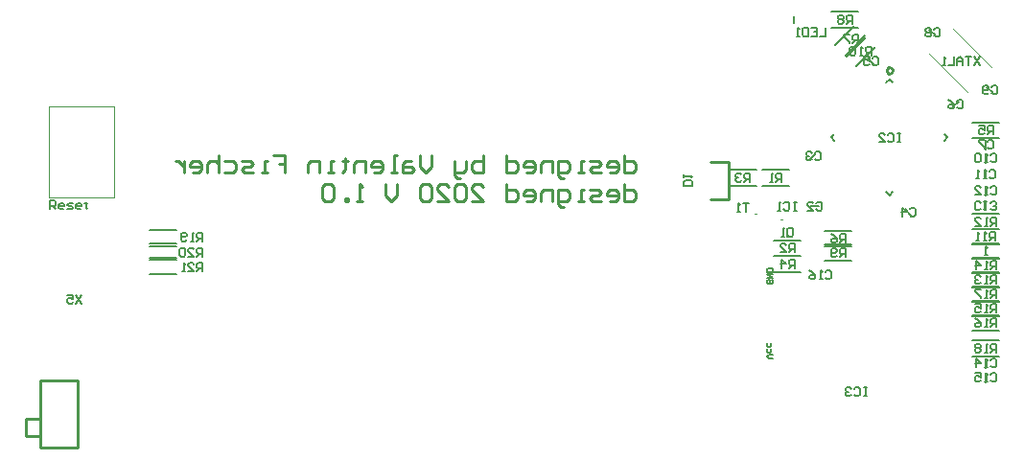
<source format=gbo>
G04*
G04 #@! TF.GenerationSoftware,Altium Limited,Altium Designer,19.1.9 (167)*
G04*
G04 Layer_Color=32896*
%FSLAX25Y25*%
%MOIN*%
G70*
G01*
G75*
%ADD10C,0.00600*%
%ADD12C,0.00787*%
%ADD25C,0.01000*%
%ADD74C,0.00000*%
%ADD75C,0.00394*%
%ADD76C,0.00500*%
D10*
X37776Y87444D02*
X47224D01*
X37776Y92956D02*
X47224D01*
X37776Y92444D02*
X47224D01*
X37776Y97956D02*
X47224D01*
X37776Y97244D02*
X47224D01*
X37776Y102756D02*
X47224D01*
X280108Y163211D02*
X286789Y169892D01*
X276211Y167108D02*
X282892Y173789D01*
X314021Y136061D02*
X315082Y135000D01*
X295000Y155082D02*
X296061Y154021D01*
X274918Y135000D02*
X275979Y136061D01*
X293939Y115979D02*
X295000Y114918D01*
X314021Y133939D02*
X315082Y135000D01*
X295000Y114918D02*
X296061Y115979D01*
X274918Y135000D02*
X275979Y133939D01*
X293939Y154021D02*
X295000Y155082D01*
X274776Y178756D02*
X284224D01*
X274776Y173244D02*
X284224D01*
X323776Y92744D02*
X333224D01*
X323776Y98256D02*
X333224D01*
X328500Y109646D02*
Y112795D01*
X323776Y82744D02*
X333224D01*
X323776Y88256D02*
X333224D01*
X323776Y87744D02*
X333224D01*
X323776Y93256D02*
X333224D01*
X323776Y58898D02*
X333224D01*
X323776Y64409D02*
X333224D01*
X328501Y54925D02*
Y58075D01*
Y49925D02*
Y53075D01*
X323776Y73256D02*
X333224D01*
X323776Y67744D02*
X333224D01*
X328501Y120669D02*
Y123819D01*
X323776Y108465D02*
X333224D01*
X323776Y102953D02*
X333224D01*
X328500Y114925D02*
Y118075D01*
X328501Y126175D02*
Y129325D01*
X254776Y93744D02*
X264224D01*
X254776Y99256D02*
X264224D01*
X254776Y93756D02*
X264224D01*
X254776Y88244D02*
X264224D01*
X323776Y77744D02*
X333224D01*
X323776Y83256D02*
X333224D01*
X323776Y78256D02*
X333224D01*
X323776Y72744D02*
X333224D01*
X323776Y140256D02*
X333224D01*
X323776Y134744D02*
X333224D01*
X287386Y162613D02*
X289613Y160386D01*
X328500Y130925D02*
Y134075D01*
X267387Y127386D02*
X269614Y129613D01*
X316886Y145387D02*
X319113Y147614D01*
X323776Y103256D02*
X333224D01*
X323776Y97744D02*
X333224D01*
X300387Y110114D02*
X302614Y107887D01*
X271000Y85625D02*
Y88775D01*
X267425Y111000D02*
X270575D01*
X250776Y123756D02*
X260224D01*
X250776Y118244D02*
X260224D01*
X259500Y100425D02*
Y103575D01*
X239276Y123756D02*
X248724D01*
X239276Y118244D02*
X248724D01*
X272476Y102556D02*
X281924D01*
X272476Y97044D02*
X281924D01*
X272476Y92144D02*
X281924D01*
X272476Y97656D02*
X281924D01*
X279711Y163608D02*
X286392Y170289D01*
X283608Y159711D02*
X290289Y166392D01*
X308886Y172613D02*
X311113Y170386D01*
X328886Y152613D02*
X331113Y150386D01*
X3200Y110000D02*
Y112999D01*
X4699D01*
X5199Y112499D01*
Y111500D01*
X4699Y111000D01*
X3200D01*
X4200D02*
X5199Y110000D01*
X7699D02*
X6699D01*
X6199Y110500D01*
Y111500D01*
X6699Y111999D01*
X7699D01*
X8198Y111500D01*
Y111000D01*
X6199D01*
X9198Y110000D02*
X10698D01*
X11197Y110500D01*
X10698Y111000D01*
X9698D01*
X9198Y111500D01*
X9698Y111999D01*
X11197D01*
X13697Y110000D02*
X12697D01*
X12197Y110500D01*
Y111500D01*
X12697Y111999D01*
X13697D01*
X14196Y111500D01*
Y111000D01*
X12197D01*
X15696Y112499D02*
Y111999D01*
X15196D01*
X16196D01*
X15696D01*
Y110500D01*
X16196Y110000D01*
X14300Y80199D02*
X12301Y77200D01*
Y80199D02*
X14300Y77200D01*
X9302Y80199D02*
X11301D01*
Y78699D01*
X10301Y79199D01*
X9801D01*
X9302Y78699D01*
Y77700D01*
X9801Y77200D01*
X10801D01*
X11301Y77700D01*
X56300Y93600D02*
Y96599D01*
X54800D01*
X54301Y96099D01*
Y95100D01*
X54800Y94600D01*
X56300D01*
X55300D02*
X54301Y93600D01*
X51302D02*
X53301D01*
X51302Y95599D01*
Y96099D01*
X51801Y96599D01*
X52801D01*
X53301Y96099D01*
X50302D02*
X49802Y96599D01*
X48802D01*
X48303Y96099D01*
Y94100D01*
X48802Y93600D01*
X49802D01*
X50302Y94100D01*
Y96099D01*
X56300Y88400D02*
Y91399D01*
X54800D01*
X54301Y90899D01*
Y89899D01*
X54800Y89400D01*
X56300D01*
X55300D02*
X54301Y88400D01*
X51302D02*
X53301D01*
X51302Y90399D01*
Y90899D01*
X51801Y91399D01*
X52801D01*
X53301Y90899D01*
X50302Y88400D02*
X49302D01*
X49802D01*
Y91399D01*
X50302Y90899D01*
X56300Y98900D02*
Y101899D01*
X54800D01*
X54301Y101399D01*
Y100399D01*
X54800Y99900D01*
X56300D01*
X55300D02*
X54301Y98900D01*
X53301D02*
X52301D01*
X52801D01*
Y101899D01*
X53301Y101399D01*
X50802Y99400D02*
X50302Y98900D01*
X49302D01*
X48802Y99400D01*
Y101399D01*
X49302Y101899D01*
X50302D01*
X50802Y101399D01*
Y100899D01*
X50302Y100399D01*
X48802D01*
X226499Y118100D02*
X223500D01*
Y119599D01*
X224000Y120099D01*
X225999D01*
X226499Y119599D01*
Y118100D01*
X223500Y121099D02*
Y122099D01*
Y121599D01*
X226499D01*
X225999Y121099D01*
X298900Y136399D02*
X297900D01*
X298400D01*
Y133400D01*
X298900D01*
X297900D01*
X294402Y135899D02*
X294901Y136399D01*
X295901D01*
X296401Y135899D01*
Y133900D01*
X295901Y133400D01*
X294901D01*
X294402Y133900D01*
X291402Y133400D02*
X293402D01*
X291402Y135399D01*
Y135899D01*
X291902Y136399D01*
X292902D01*
X293402Y135899D01*
X272701Y88199D02*
X273200Y88699D01*
X274200D01*
X274700Y88199D01*
Y86200D01*
X274200Y85700D01*
X273200D01*
X272701Y86200D01*
X271701Y85700D02*
X270701D01*
X271201D01*
Y88699D01*
X271701Y88199D01*
X267202Y88699D02*
X268202Y88199D01*
X269202Y87199D01*
Y86200D01*
X268702Y85700D01*
X267702D01*
X267202Y86200D01*
Y86700D01*
X267702Y87199D01*
X269202D01*
X326500Y162999D02*
X324501Y160000D01*
Y162999D02*
X326500Y160000D01*
X323501Y162999D02*
X321502D01*
X322501D01*
Y160000D01*
X320502D02*
Y161999D01*
X319502Y162999D01*
X318503Y161999D01*
Y160000D01*
Y161500D01*
X320502D01*
X317503Y162999D02*
Y160000D01*
X315504D01*
X314504D02*
X313504D01*
X314004D01*
Y162999D01*
X314504Y162499D01*
X246000Y111999D02*
X244001D01*
X245000D01*
Y109000D01*
X243001D02*
X242001D01*
X242501D01*
Y111999D01*
X243001Y111499D01*
X332200Y60200D02*
Y63199D01*
X330700D01*
X330201Y62699D01*
Y61699D01*
X330700Y61200D01*
X332200D01*
X331200D02*
X330201Y60200D01*
X329201D02*
X328201D01*
X328701D01*
Y63199D01*
X329201Y62699D01*
X326702D02*
X326202Y63199D01*
X325202D01*
X324702Y62699D01*
Y62199D01*
X325202Y61699D01*
X324702Y61200D01*
Y60700D01*
X325202Y60200D01*
X326202D01*
X326702Y60700D01*
Y61200D01*
X326202Y61699D01*
X326702Y62199D01*
Y62699D01*
X326202Y61699D02*
X325202D01*
X332200Y79000D02*
Y81999D01*
X330700D01*
X330201Y81499D01*
Y80500D01*
X330700Y80000D01*
X332200D01*
X331200D02*
X330201Y79000D01*
X329201D02*
X328201D01*
X328701D01*
Y81999D01*
X329201Y81499D01*
X326702Y81999D02*
X324702D01*
Y81499D01*
X326702Y79500D01*
Y79000D01*
X332200Y69000D02*
Y71999D01*
X330700D01*
X330201Y71499D01*
Y70499D01*
X330700Y70000D01*
X332200D01*
X331200D02*
X330201Y69000D01*
X329201D02*
X328201D01*
X328701D01*
Y71999D01*
X329201Y71499D01*
X324702Y71999D02*
X325702Y71499D01*
X326702Y70499D01*
Y69500D01*
X326202Y69000D01*
X325202D01*
X324702Y69500D01*
Y70000D01*
X325202Y70499D01*
X326702D01*
X332200Y74000D02*
Y76999D01*
X330700D01*
X330201Y76499D01*
Y75499D01*
X330700Y75000D01*
X332200D01*
X331200D02*
X330201Y74000D01*
X329201D02*
X328201D01*
X328701D01*
Y76999D01*
X329201Y76499D01*
X324702Y76999D02*
X326702D01*
Y75499D01*
X325702Y75999D01*
X325202D01*
X324702Y75499D01*
Y74500D01*
X325202Y74000D01*
X326202D01*
X326702Y74500D01*
X332200Y89000D02*
Y91999D01*
X330700D01*
X330201Y91499D01*
Y90500D01*
X330700Y90000D01*
X332200D01*
X331200D02*
X330201Y89000D01*
X329201D02*
X328201D01*
X328701D01*
Y91999D01*
X329201Y91499D01*
X325202Y89000D02*
Y91999D01*
X326702Y90500D01*
X324702D01*
X332200Y84000D02*
Y86999D01*
X330700D01*
X330201Y86499D01*
Y85500D01*
X330700Y85000D01*
X332200D01*
X331200D02*
X330201Y84000D01*
X329201D02*
X328201D01*
X328701D01*
Y86999D01*
X329201Y86499D01*
X326702D02*
X326202Y86999D01*
X325202D01*
X324702Y86499D01*
Y85999D01*
X325202Y85500D01*
X325702D01*
X325202D01*
X324702Y85000D01*
Y84500D01*
X325202Y84000D01*
X326202D01*
X326702Y84500D01*
X332200Y104200D02*
Y107199D01*
X330700D01*
X330201Y106699D01*
Y105700D01*
X330700Y105200D01*
X332200D01*
X331200D02*
X330201Y104200D01*
X329201D02*
X328201D01*
X328701D01*
Y107199D01*
X329201Y106699D01*
X324702Y104200D02*
X326702D01*
X324702Y106199D01*
Y106699D01*
X325202Y107199D01*
X326202D01*
X326702Y106699D01*
X331700Y99000D02*
Y101999D01*
X330201D01*
X329701Y101499D01*
Y100499D01*
X330201Y100000D01*
X331700D01*
X330700D02*
X329701Y99000D01*
X328701D02*
X327701D01*
X328201D01*
Y101999D01*
X328701Y101499D01*
X326202Y99000D02*
X325202D01*
X325702D01*
Y101999D01*
X326202Y101499D01*
X288700Y163500D02*
Y166499D01*
X287200D01*
X286701Y165999D01*
Y164999D01*
X287200Y164500D01*
X288700D01*
X287700D02*
X286701Y163500D01*
X285701D02*
X284701D01*
X285201D01*
Y166499D01*
X285701Y165999D01*
X283202D02*
X282702Y166499D01*
X281702D01*
X281202Y165999D01*
Y164000D01*
X281702Y163500D01*
X282702D01*
X283202Y164000D01*
Y165999D01*
X279700Y93400D02*
Y96399D01*
X278201D01*
X277701Y95899D01*
Y94899D01*
X278201Y94400D01*
X279700D01*
X278700D02*
X277701Y93400D01*
X276701Y93900D02*
X276201Y93400D01*
X275202D01*
X274702Y93900D01*
Y95899D01*
X275202Y96399D01*
X276201D01*
X276701Y95899D01*
Y95399D01*
X276201Y94899D01*
X274702D01*
X282000Y174500D02*
Y177499D01*
X280501D01*
X280001Y176999D01*
Y175999D01*
X280501Y175500D01*
X282000D01*
X281000D02*
X280001Y174500D01*
X279001Y176999D02*
X278501Y177499D01*
X277502D01*
X277002Y176999D01*
Y176499D01*
X277502Y175999D01*
X277002Y175500D01*
Y175000D01*
X277502Y174500D01*
X278501D01*
X279001Y175000D01*
Y175500D01*
X278501Y175999D01*
X279001Y176499D01*
Y176999D01*
X278501Y175999D02*
X277502D01*
X284300Y167700D02*
Y170699D01*
X282801D01*
X282301Y170199D01*
Y169200D01*
X282801Y168700D01*
X284300D01*
X283300D02*
X282301Y167700D01*
X281301Y170699D02*
X279302D01*
Y170199D01*
X281301Y168200D01*
Y167700D01*
X279700Y98300D02*
Y101299D01*
X278201D01*
X277701Y100799D01*
Y99800D01*
X278201Y99300D01*
X279700D01*
X278700D02*
X277701Y98300D01*
X274702Y101299D02*
X275701Y100799D01*
X276701Y99800D01*
Y98800D01*
X276201Y98300D01*
X275202D01*
X274702Y98800D01*
Y99300D01*
X275202Y99800D01*
X276701D01*
X331000Y136000D02*
Y138999D01*
X329501D01*
X329001Y138499D01*
Y137499D01*
X329501Y137000D01*
X331000D01*
X330000D02*
X329001Y136000D01*
X326002Y138999D02*
X328001D01*
Y137499D01*
X327001Y137999D01*
X326501D01*
X326002Y137499D01*
Y136500D01*
X326501Y136000D01*
X327501D01*
X328001Y136500D01*
X262000Y89500D02*
Y92499D01*
X260501D01*
X260001Y91999D01*
Y91000D01*
X260501Y90500D01*
X262000D01*
X261000D02*
X260001Y89500D01*
X257502D02*
Y92499D01*
X259001Y91000D01*
X257002D01*
X246500Y119500D02*
Y122499D01*
X245001D01*
X244501Y121999D01*
Y121000D01*
X245001Y120500D01*
X246500D01*
X245500D02*
X244501Y119500D01*
X243501Y121999D02*
X243001Y122499D01*
X242002D01*
X241502Y121999D01*
Y121499D01*
X242002Y121000D01*
X242501D01*
X242002D01*
X241502Y120500D01*
Y120000D01*
X242002Y119500D01*
X243001D01*
X243501Y120000D01*
X262000Y95000D02*
Y97999D01*
X260501D01*
X260001Y97499D01*
Y96500D01*
X260501Y96000D01*
X262000D01*
X261000D02*
X260001Y95000D01*
X257002D02*
X259001D01*
X257002Y96999D01*
Y97499D01*
X257502Y97999D01*
X258501D01*
X259001Y97499D01*
X257500Y119500D02*
Y122499D01*
X256000D01*
X255501Y121999D01*
Y121000D01*
X256000Y120500D01*
X257500D01*
X256500D02*
X255501Y119500D01*
X254501D02*
X253501D01*
X254001D01*
Y122499D01*
X254501Y121999D01*
X272700Y173199D02*
Y170200D01*
X270701D01*
X267702Y173199D02*
X269701D01*
Y170200D01*
X267702D01*
X269701Y171700D02*
X268701D01*
X266702Y173199D02*
Y170200D01*
X265202D01*
X264703Y170700D01*
Y172699D01*
X265202Y173199D01*
X266702D01*
X263703Y170200D02*
X262703D01*
X263203D01*
Y173199D01*
X263703Y172699D01*
X287200Y48099D02*
X286200D01*
X286700D01*
Y45100D01*
X287200D01*
X286200D01*
X282701Y47599D02*
X283201Y48099D01*
X284201D01*
X284701Y47599D01*
Y45600D01*
X284201Y45100D01*
X283201D01*
X282701Y45600D01*
X281702Y47599D02*
X281202Y48099D01*
X280202D01*
X279702Y47599D01*
Y47099D01*
X280202Y46600D01*
X280702D01*
X280202D01*
X279702Y46100D01*
Y45600D01*
X280202Y45100D01*
X281202D01*
X281702Y45600D01*
X262700Y112499D02*
X261700D01*
X262200D01*
Y109500D01*
X262700D01*
X261700D01*
X258202Y111999D02*
X258701Y112499D01*
X259701D01*
X260201Y111999D01*
Y110000D01*
X259701Y109500D01*
X258701D01*
X258202Y110000D01*
X257202Y109500D02*
X256202D01*
X256702D01*
Y112499D01*
X257202Y111999D01*
X330201Y52499D02*
X330700Y52999D01*
X331700D01*
X332200Y52499D01*
Y50500D01*
X331700Y50000D01*
X330700D01*
X330201Y50500D01*
X329201Y50000D02*
X328201D01*
X328701D01*
Y52999D01*
X329201Y52499D01*
X324702Y52999D02*
X326702D01*
Y51499D01*
X325702Y51999D01*
X325202D01*
X324702Y51499D01*
Y50500D01*
X325202Y50000D01*
X326202D01*
X326702Y50500D01*
X330201Y57499D02*
X330700Y57999D01*
X331700D01*
X332200Y57499D01*
Y55500D01*
X331700Y55000D01*
X330700D01*
X330201Y55500D01*
X329201Y55000D02*
X328201D01*
X328701D01*
Y57999D01*
X329201Y57499D01*
X325202Y55000D02*
Y57999D01*
X326702Y56499D01*
X324702D01*
X326799Y110201D02*
X326300Y109701D01*
X325300D01*
X324800Y110201D01*
Y112200D01*
X325300Y112700D01*
X326300D01*
X326799Y112200D01*
X327799Y112700D02*
X328799D01*
X328299D01*
Y109701D01*
X327799Y110201D01*
X330298D02*
X330798Y109701D01*
X331798D01*
X332298Y110201D01*
Y110701D01*
X331798Y111200D01*
X331298D01*
X331798D01*
X332298Y111700D01*
Y112200D01*
X331798Y112700D01*
X330798D01*
X330298Y112200D01*
X330201Y117499D02*
X330700Y117999D01*
X331700D01*
X332200Y117499D01*
Y115500D01*
X331700Y115000D01*
X330700D01*
X330201Y115500D01*
X329201Y115000D02*
X328201D01*
X328701D01*
Y117999D01*
X329201Y117499D01*
X324702Y115000D02*
X326702D01*
X324702Y116999D01*
Y117499D01*
X325202Y117999D01*
X326202D01*
X326702Y117499D01*
X329701Y123199D02*
X330201Y123699D01*
X331200D01*
X331700Y123199D01*
Y121200D01*
X331200Y120700D01*
X330201D01*
X329701Y121200D01*
X328701Y120700D02*
X327701D01*
X328201D01*
Y123699D01*
X328701Y123199D01*
X326202Y120700D02*
X325202D01*
X325702D01*
Y123699D01*
X326202Y123199D01*
X330201Y128799D02*
X330700Y129299D01*
X331700D01*
X332200Y128799D01*
Y126800D01*
X331700Y126300D01*
X330700D01*
X330201Y126800D01*
X329201Y126300D02*
X328201D01*
X328701D01*
Y129299D01*
X329201Y128799D01*
X326702D02*
X326202Y129299D01*
X325202D01*
X324702Y128799D01*
Y126800D01*
X325202Y126300D01*
X326202D01*
X326702Y126800D01*
Y128799D01*
X330501Y152499D02*
X331000Y152999D01*
X332000D01*
X332500Y152499D01*
Y150500D01*
X332000Y150000D01*
X331000D01*
X330501Y150500D01*
X329501D02*
X329001Y150000D01*
X328001D01*
X327502Y150500D01*
Y152499D01*
X328001Y152999D01*
X329001D01*
X329501Y152499D01*
Y151999D01*
X329001Y151499D01*
X327502D01*
X310501Y172499D02*
X311000Y172999D01*
X312000D01*
X312500Y172499D01*
Y170500D01*
X312000Y170000D01*
X311000D01*
X310501Y170500D01*
X309501Y172499D02*
X309001Y172999D01*
X308001D01*
X307502Y172499D01*
Y171999D01*
X308001Y171500D01*
X307502Y171000D01*
Y170500D01*
X308001Y170000D01*
X309001D01*
X309501Y170500D01*
Y171000D01*
X309001Y171500D01*
X309501Y171999D01*
Y172499D01*
X309001Y171500D02*
X308001D01*
X329001Y133499D02*
X329501Y133999D01*
X330500D01*
X331000Y133499D01*
Y131500D01*
X330500Y131000D01*
X329501D01*
X329001Y131500D01*
X328001Y133999D02*
X326002D01*
Y133499D01*
X328001Y131500D01*
Y131000D01*
X318501Y147499D02*
X319001Y147999D01*
X320000D01*
X320500Y147499D01*
Y145500D01*
X320000Y145000D01*
X319001D01*
X318501Y145500D01*
X315502Y147999D02*
X316501Y147499D01*
X317501Y146500D01*
Y145500D01*
X317001Y145000D01*
X316002D01*
X315502Y145500D01*
Y146000D01*
X316002Y146500D01*
X317501D01*
X289001Y162499D02*
X289500Y162999D01*
X290500D01*
X291000Y162499D01*
Y160500D01*
X290500Y160000D01*
X289500D01*
X289001Y160500D01*
X286002Y162999D02*
X288001D01*
Y161500D01*
X287001Y161999D01*
X286502D01*
X286002Y161500D01*
Y160500D01*
X286502Y160000D01*
X287501D01*
X288001Y160500D01*
X302001Y109999D02*
X302501Y110499D01*
X303500D01*
X304000Y109999D01*
Y108000D01*
X303500Y107500D01*
X302501D01*
X302001Y108000D01*
X299501Y107500D02*
Y110499D01*
X301001Y109000D01*
X299002D01*
X269001Y129499D02*
X269500Y129999D01*
X270500D01*
X271000Y129499D01*
Y127500D01*
X270500Y127000D01*
X269500D01*
X269001Y127500D01*
X268001Y129499D02*
X267501Y129999D01*
X266501D01*
X266002Y129499D01*
Y128999D01*
X266501Y128499D01*
X267001D01*
X266501D01*
X266002Y128000D01*
Y127500D01*
X266501Y127000D01*
X267501D01*
X268001Y127500D01*
X269501Y111999D02*
X270001Y112499D01*
X271000D01*
X271500Y111999D01*
Y110000D01*
X271000Y109500D01*
X270001D01*
X269501Y110000D01*
X266502Y109500D02*
X268501D01*
X266502Y111499D01*
Y111999D01*
X267002Y112499D01*
X268001D01*
X268501Y111999D01*
X259501Y102999D02*
X260000Y103499D01*
X261000D01*
X261500Y102999D01*
Y101000D01*
X261000Y100500D01*
X260000D01*
X259501Y101000D01*
X258501Y100500D02*
X257501D01*
X258001D01*
Y103499D01*
X258501Y102999D01*
X329000Y94000D02*
X328000D01*
X328500D01*
Y96999D01*
X329000Y96499D01*
D12*
X261945Y174819D02*
Y177181D01*
D25*
X296118Y158335D02*
X295697Y159209D01*
X294751Y159424D01*
X293993Y158820D01*
Y157849D01*
X294751Y157245D01*
X295697Y157460D01*
X296118Y158335D01*
X12800Y27100D02*
Y50600D01*
X-200D02*
X12800D01*
X-200Y27100D02*
Y50600D01*
X-5200Y37100D02*
X-200D01*
X-5200Y31120D02*
Y37100D01*
Y31120D02*
X-200D01*
Y27100D02*
X12800D01*
X239300Y113600D02*
Y126600D01*
X232800D02*
X239300D01*
X232800Y113600D02*
X239300D01*
X202801Y118898D02*
Y112900D01*
X205800D01*
X206800Y113900D01*
Y115899D01*
X205800Y116899D01*
X202801D01*
X197803Y112900D02*
X199802D01*
X200802Y113900D01*
Y115899D01*
X199802Y116899D01*
X197803D01*
X196803Y115899D01*
Y114899D01*
X200802D01*
X194804Y112900D02*
X191805D01*
X190805Y113900D01*
X191805Y114899D01*
X193804D01*
X194804Y115899D01*
X193804Y116899D01*
X190805D01*
X188806Y112900D02*
X186806D01*
X187806D01*
Y116899D01*
X188806D01*
X181808Y110901D02*
X180808D01*
X179809Y111900D01*
Y116899D01*
X182808D01*
X183807Y115899D01*
Y113900D01*
X182808Y112900D01*
X179809D01*
X177809D02*
Y116899D01*
X174810D01*
X173811Y115899D01*
Y112900D01*
X168812D02*
X170812D01*
X171811Y113900D01*
Y115899D01*
X170812Y116899D01*
X168812D01*
X167813Y115899D01*
Y114899D01*
X171811D01*
X161815Y118898D02*
Y112900D01*
X164814D01*
X165813Y113900D01*
Y115899D01*
X164814Y116899D01*
X161815D01*
X149818Y112900D02*
X153817D01*
X149818Y116899D01*
Y117898D01*
X150818Y118898D01*
X152817D01*
X153817Y117898D01*
X147819D02*
X146819Y118898D01*
X144820D01*
X143820Y117898D01*
Y113900D01*
X144820Y112900D01*
X146819D01*
X147819Y113900D01*
Y117898D01*
X137822Y112900D02*
X141821D01*
X137822Y116899D01*
Y117898D01*
X138822Y118898D01*
X140821D01*
X141821Y117898D01*
X135823D02*
X134823Y118898D01*
X132824D01*
X131824Y117898D01*
Y113900D01*
X132824Y112900D01*
X134823D01*
X135823Y113900D01*
Y117898D01*
X123827Y118898D02*
Y114899D01*
X121827Y112900D01*
X119828Y114899D01*
Y118898D01*
X111831Y112900D02*
X109831D01*
X110831D01*
Y118898D01*
X111831Y117898D01*
X106832Y112900D02*
Y113900D01*
X105833D01*
Y112900D01*
X106832D01*
X101834Y117898D02*
X100834Y118898D01*
X98835D01*
X97835Y117898D01*
Y113900D01*
X98835Y112900D01*
X100834D01*
X101834Y113900D01*
Y117898D01*
X202801Y128698D02*
Y122700D01*
X205800D01*
X206800Y123700D01*
Y125699D01*
X205800Y126699D01*
X202801D01*
X197803Y122700D02*
X199802D01*
X200802Y123700D01*
Y125699D01*
X199802Y126699D01*
X197803D01*
X196803Y125699D01*
Y124699D01*
X200802D01*
X194804Y122700D02*
X191805D01*
X190805Y123700D01*
X191805Y124699D01*
X193804D01*
X194804Y125699D01*
X193804Y126699D01*
X190805D01*
X188806Y122700D02*
X186806D01*
X187806D01*
Y126699D01*
X188806D01*
X181808Y120701D02*
X180808D01*
X179809Y121700D01*
Y126699D01*
X182808D01*
X183807Y125699D01*
Y123700D01*
X182808Y122700D01*
X179809D01*
X177809D02*
Y126699D01*
X174810D01*
X173811Y125699D01*
Y122700D01*
X168812D02*
X170812D01*
X171811Y123700D01*
Y125699D01*
X170812Y126699D01*
X168812D01*
X167813Y125699D01*
Y124699D01*
X171811D01*
X161815Y128698D02*
Y122700D01*
X164814D01*
X165813Y123700D01*
Y125699D01*
X164814Y126699D01*
X161815D01*
X153817Y128698D02*
Y122700D01*
X150818D01*
X149818Y123700D01*
Y124699D01*
Y125699D01*
X150818Y126699D01*
X153817D01*
X147819D02*
Y123700D01*
X146819Y122700D01*
X143820D01*
Y121700D01*
X144820Y120701D01*
X145820D01*
X143820Y122700D02*
Y126699D01*
X135823Y128698D02*
Y124699D01*
X133824Y122700D01*
X131824Y124699D01*
Y128698D01*
X128825Y126699D02*
X126826D01*
X125826Y125699D01*
Y122700D01*
X128825D01*
X129825Y123700D01*
X128825Y124699D01*
X125826D01*
X123827Y122700D02*
X121827D01*
X122827D01*
Y128698D01*
X123827D01*
X115829Y122700D02*
X117829D01*
X118828Y123700D01*
Y125699D01*
X117829Y126699D01*
X115829D01*
X114830Y125699D01*
Y124699D01*
X118828D01*
X112830Y122700D02*
Y126699D01*
X109831D01*
X108832Y125699D01*
Y122700D01*
X105833Y127698D02*
Y126699D01*
X106832D01*
X104833D01*
X105833D01*
Y123700D01*
X104833Y122700D01*
X101834D02*
X99835D01*
X100834D01*
Y126699D01*
X101834D01*
X96836Y122700D02*
Y126699D01*
X93836D01*
X92837Y125699D01*
Y122700D01*
X80841Y128698D02*
X84839D01*
Y125699D01*
X82840D01*
X84839D01*
Y122700D01*
X78841D02*
X76842D01*
X77842D01*
Y126699D01*
X78841D01*
X73843Y122700D02*
X70844D01*
X69844Y123700D01*
X70844Y124699D01*
X72843D01*
X73843Y125699D01*
X72843Y126699D01*
X69844D01*
X63846D02*
X66845D01*
X67845Y125699D01*
Y123700D01*
X66845Y122700D01*
X63846D01*
X61847Y128698D02*
Y122700D01*
Y125699D01*
X60847Y126699D01*
X58848D01*
X57848Y125699D01*
Y122700D01*
X52850D02*
X54849D01*
X55849Y123700D01*
Y125699D01*
X54849Y126699D01*
X52850D01*
X51850Y125699D01*
Y124699D01*
X55849D01*
X49851Y126699D02*
Y122700D01*
Y124699D01*
X48851Y125699D01*
X47851Y126699D01*
X46852D01*
D74*
X248921Y108531D02*
X248134D01*
X248921D01*
X257925Y106472D02*
X257138D01*
X257925D01*
D75*
X308798Y164217D02*
X322121Y150893D01*
X317283Y172702D02*
X330607Y159379D01*
X2953Y114173D02*
X25591D01*
X2953D02*
Y145669D01*
X25591D01*
Y114173D02*
Y145669D01*
D76*
X254166Y85333D02*
X254499Y85000D01*
Y84333D01*
X254166Y84000D01*
X252833D01*
X252500Y84333D01*
Y85000D01*
X252833Y85333D01*
X253500D01*
Y84666D01*
X252500Y85999D02*
X254499D01*
X252500Y87332D01*
X254499D01*
Y87999D02*
X252500D01*
Y88998D01*
X252833Y89332D01*
X254166D01*
X254499Y88998D01*
Y87999D01*
X254594Y58280D02*
X253261D01*
X252594Y58947D01*
X253261Y59613D01*
X254594D01*
X253927Y61612D02*
Y60613D01*
X253594Y60280D01*
X252928D01*
X252594Y60613D01*
Y61612D01*
X253927Y63612D02*
Y62612D01*
X253594Y62279D01*
X252928D01*
X252594Y62612D01*
Y63612D01*
M02*

</source>
